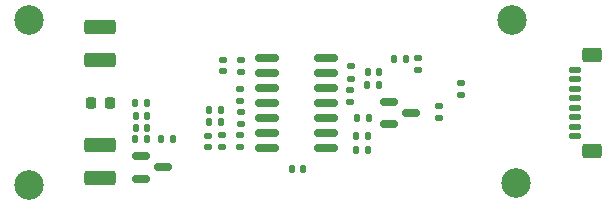
<source format=gbr>
%TF.GenerationSoftware,KiCad,Pcbnew,7.0.9+1*%
%TF.CreationDate,2023-12-11T14:48:35+01:00*%
%TF.ProjectId,IR-sensor,49522d73-656e-4736-9f72-2e6b69636164,rev?*%
%TF.SameCoordinates,Original*%
%TF.FileFunction,Soldermask,Top*%
%TF.FilePolarity,Negative*%
%FSLAX46Y46*%
G04 Gerber Fmt 4.6, Leading zero omitted, Abs format (unit mm)*
G04 Created by KiCad (PCBNEW 7.0.9+1) date 2023-12-11 14:48:35*
%MOMM*%
%LPD*%
G01*
G04 APERTURE LIST*
G04 Aperture macros list*
%AMRoundRect*
0 Rectangle with rounded corners*
0 $1 Rounding radius*
0 $2 $3 $4 $5 $6 $7 $8 $9 X,Y pos of 4 corners*
0 Add a 4 corners polygon primitive as box body*
4,1,4,$2,$3,$4,$5,$6,$7,$8,$9,$2,$3,0*
0 Add four circle primitives for the rounded corners*
1,1,$1+$1,$2,$3*
1,1,$1+$1,$4,$5*
1,1,$1+$1,$6,$7*
1,1,$1+$1,$8,$9*
0 Add four rect primitives between the rounded corners*
20,1,$1+$1,$2,$3,$4,$5,0*
20,1,$1+$1,$4,$5,$6,$7,0*
20,1,$1+$1,$6,$7,$8,$9,0*
20,1,$1+$1,$8,$9,$2,$3,0*%
G04 Aperture macros list end*
%ADD10RoundRect,0.218750X-0.218750X-0.256250X0.218750X-0.256250X0.218750X0.256250X-0.218750X0.256250X0*%
%ADD11C,2.500000*%
%ADD12RoundRect,0.125000X-0.425000X0.125000X-0.425000X-0.125000X0.425000X-0.125000X0.425000X0.125000X0*%
%ADD13RoundRect,0.250000X-0.600000X0.350000X-0.600000X-0.350000X0.600000X-0.350000X0.600000X0.350000X0*%
%ADD14RoundRect,0.135000X-0.185000X0.135000X-0.185000X-0.135000X0.185000X-0.135000X0.185000X0.135000X0*%
%ADD15RoundRect,0.140000X0.140000X0.170000X-0.140000X0.170000X-0.140000X-0.170000X0.140000X-0.170000X0*%
%ADD16RoundRect,0.140000X-0.170000X0.140000X-0.170000X-0.140000X0.170000X-0.140000X0.170000X0.140000X0*%
%ADD17RoundRect,0.135000X-0.135000X-0.185000X0.135000X-0.185000X0.135000X0.185000X-0.135000X0.185000X0*%
%ADD18RoundRect,0.150000X-0.825000X-0.150000X0.825000X-0.150000X0.825000X0.150000X-0.825000X0.150000X0*%
%ADD19RoundRect,0.150000X-0.587500X-0.150000X0.587500X-0.150000X0.587500X0.150000X-0.587500X0.150000X0*%
%ADD20RoundRect,0.135000X0.185000X-0.135000X0.185000X0.135000X-0.185000X0.135000X-0.185000X-0.135000X0*%
%ADD21RoundRect,0.135000X0.135000X0.185000X-0.135000X0.185000X-0.135000X-0.185000X0.135000X-0.185000X0*%
%ADD22RoundRect,0.250000X1.075000X-0.375000X1.075000X0.375000X-1.075000X0.375000X-1.075000X-0.375000X0*%
%ADD23RoundRect,0.140000X-0.140000X-0.170000X0.140000X-0.170000X0.140000X0.170000X-0.140000X0.170000X0*%
%ADD24RoundRect,0.140000X0.170000X-0.140000X0.170000X0.140000X-0.170000X0.140000X-0.170000X-0.140000X0*%
G04 APERTURE END LIST*
D10*
%TO.C,D3*%
X58212500Y-60000000D03*
X59787500Y-60000000D03*
%TD*%
D11*
%TO.C,H4*%
X53000000Y-67000000D03*
%TD*%
D12*
%TO.C,J1*%
X99225000Y-57225000D03*
X99225000Y-58025000D03*
X99225000Y-58825000D03*
X99225000Y-59625000D03*
X99225000Y-60425000D03*
X99225000Y-61225000D03*
X99225000Y-62025000D03*
X99225000Y-62825000D03*
D13*
X100625000Y-55925000D03*
X100625000Y-64125000D03*
%TD*%
D14*
%TO.C,R3*%
X70875000Y-60815000D03*
X70875000Y-61835000D03*
%TD*%
D15*
%TO.C,C7*%
X62945000Y-61145000D03*
X61985000Y-61145000D03*
%TD*%
D16*
%TO.C,C5*%
X69335000Y-62755000D03*
X69335000Y-63715000D03*
%TD*%
D17*
%TO.C,R12*%
X64145000Y-63085000D03*
X65165000Y-63085000D03*
%TD*%
D18*
%TO.C,U1*%
X73150000Y-56190000D03*
X73150000Y-57460000D03*
X73150000Y-58730000D03*
X73150000Y-60000000D03*
X73150000Y-61270000D03*
X73150000Y-62540000D03*
X73150000Y-63810000D03*
X78100000Y-63810000D03*
X78100000Y-62540000D03*
X78100000Y-61270000D03*
X78100000Y-60000000D03*
X78100000Y-58730000D03*
X78100000Y-57460000D03*
X78100000Y-56190000D03*
%TD*%
D19*
%TO.C,Q1*%
X62407500Y-64525000D03*
X62407500Y-66425000D03*
X64282500Y-65475000D03*
%TD*%
D17*
%TO.C,R13*%
X61945000Y-60045000D03*
X62965000Y-60045000D03*
%TD*%
D11*
%TO.C,H3*%
X53000000Y-53000000D03*
%TD*%
D20*
%TO.C,R1*%
X70945000Y-57385000D03*
X70945000Y-56365000D03*
%TD*%
D21*
%TO.C,R18*%
X84880000Y-56295000D03*
X83860000Y-56295000D03*
%TD*%
D20*
%TO.C,R7*%
X89530000Y-59380000D03*
X89530000Y-58360000D03*
%TD*%
D17*
%TO.C,R11*%
X61935000Y-63075000D03*
X62955000Y-63075000D03*
%TD*%
D19*
%TO.C,Q2*%
X83457500Y-59925000D03*
X83457500Y-61825000D03*
X85332500Y-60875000D03*
%TD*%
D15*
%TO.C,C13*%
X82585000Y-57385000D03*
X81625000Y-57385000D03*
%TD*%
D22*
%TO.C,D1*%
X59000000Y-66400000D03*
X59000000Y-63600000D03*
%TD*%
D20*
%TO.C,R16*%
X80225000Y-57955000D03*
X80225000Y-56935000D03*
%TD*%
D17*
%TO.C,R14*%
X68221000Y-60627000D03*
X69241000Y-60627000D03*
%TD*%
D14*
%TO.C,R6*%
X87705000Y-60320000D03*
X87705000Y-61340000D03*
%TD*%
D23*
%TO.C,C9*%
X80765000Y-61305000D03*
X81725000Y-61305000D03*
%TD*%
D17*
%TO.C,R4*%
X80615000Y-63965000D03*
X81635000Y-63965000D03*
%TD*%
D22*
%TO.C,D2*%
X59000000Y-56400000D03*
X59000000Y-53600000D03*
%TD*%
D21*
%TO.C,R17*%
X82605000Y-58485000D03*
X81585000Y-58485000D03*
%TD*%
D11*
%TO.C,H2*%
X94175000Y-66775000D03*
%TD*%
D24*
%TO.C,C1*%
X69385000Y-57345000D03*
X69385000Y-56385000D03*
%TD*%
D16*
%TO.C,C2*%
X70865000Y-58865000D03*
X70865000Y-59825000D03*
%TD*%
D17*
%TO.C,R15*%
X68165000Y-61675000D03*
X69185000Y-61675000D03*
%TD*%
D14*
%TO.C,R2*%
X70865000Y-62715000D03*
X70865000Y-63735000D03*
%TD*%
D16*
%TO.C,C11*%
X85855000Y-56240000D03*
X85855000Y-57200000D03*
%TD*%
D15*
%TO.C,C4*%
X62945000Y-62115000D03*
X61985000Y-62115000D03*
%TD*%
D16*
%TO.C,C6*%
X68140000Y-62780000D03*
X68140000Y-63740000D03*
%TD*%
D23*
%TO.C,C3*%
X75205000Y-65585000D03*
X76165000Y-65585000D03*
%TD*%
D17*
%TO.C,R5*%
X80675000Y-62795000D03*
X81695000Y-62795000D03*
%TD*%
D16*
%TO.C,C10*%
X80125000Y-58965000D03*
X80125000Y-59925000D03*
%TD*%
D11*
%TO.C,H1*%
X93875000Y-52975000D03*
%TD*%
M02*

</source>
